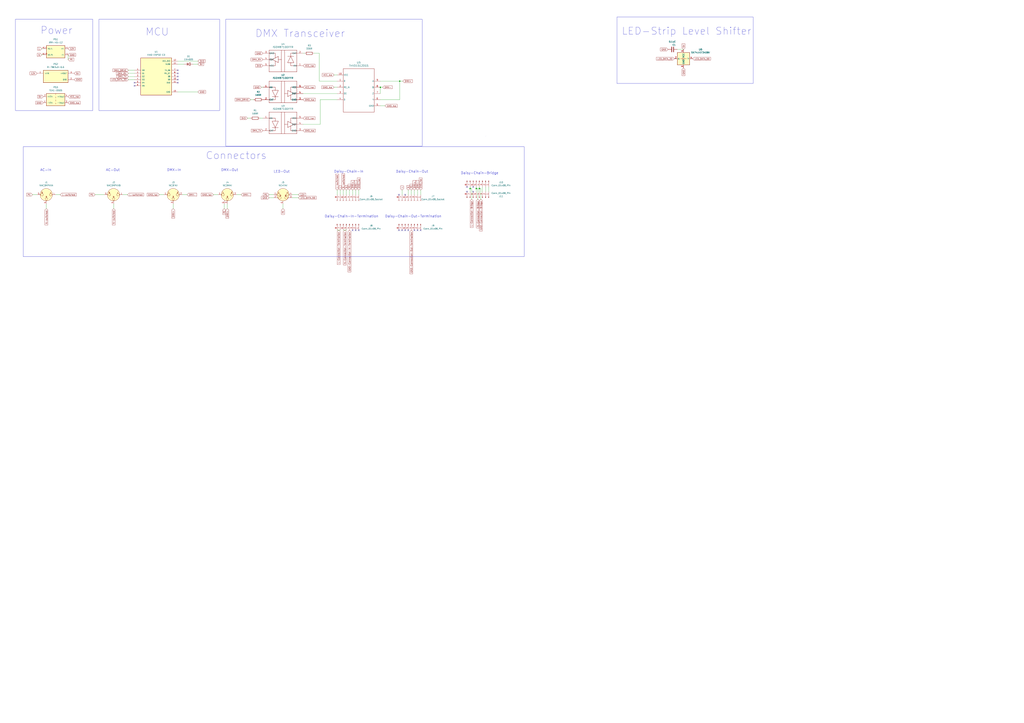
<source format=kicad_sch>
(kicad_sch (version 20230121) (generator eeschema)
  (paper "A1")
  (lib_symbols
    (symbol "Connector:Conn_01x08_Pin" (pin_names (offset 1.016) hide)
      (property "Reference" "J" (at 0 10.16 0))
      (property "Value" "Conn_01x08_Pin" (at 0 -12.7 0))
      (symbol "Conn_01x08_Pin_1_1"
        (polyline (pts (xy 1.27 -10.16) (xy 0.8636 -10.16)) (stroke (width 0.1524)))
        (polyline (pts (xy 1.27 -7.62) (xy 0.8636 -7.62)) (stroke (width 0.1524)))
        (polyline (pts (xy 1.27 -5.08) (xy 0.8636 -5.08)) (stroke (width 0.1524)))
        (polyline (pts (xy 1.27 -2.54) (xy 0.8636 -2.54)) (stroke (width 0.1524)))
        (polyline (pts (xy 1.27 0) (xy 0.8636 0)) (stroke (width 0.1524)))
        (polyline (pts (xy 1.27 2.54) (xy 0.8636 2.54)) (stroke (width 0.1524)))
        (polyline (pts (xy 1.27 5.08) (xy 0.8636 5.08)) (stroke (width 0.1524)))
        (polyline (pts (xy 1.27 7.62) (xy 0.8636 7.62)) (stroke (width 0.1524)))
        (rectangle (start 0.8636 -10.033) (end 0 -10.287) (stroke (width 0.1524)) (fill (type outline)))
        (rectangle (start 0.8636 -7.493) (end 0 -7.747) (stroke (width 0.1524)) (fill (type outline)))
        (rectangle (start 0.8636 -4.953) (end 0 -5.207) (stroke (width 0.1524)) (fill (type outline)))
        (rectangle (start 0.8636 -2.413) (end 0 -2.667) (stroke (width 0.1524)) (fill (type outline)))
        (rectangle (start 0.8636 0.127) (end 0 -0.127) (stroke (width 0.1524)) (fill (type outline)))
        (rectangle (start 0.8636 2.667) (end 0 2.413) (stroke (width 0.1524)) (fill (type outline)))
        (rectangle (start 0.8636 5.207) (end 0 4.953) (stroke (width 0.1524)) (fill (type outline)))
        (rectangle (start 0.8636 7.747) (end 0 7.493) (stroke (width 0.1524)) (fill (type outline)))
        (pin passive line (at 5.08 7.62 180) (length 3.81) (name "Pin_1") (number "1"))
        (pin passive line (at 5.08 5.08 180) (length 3.81) (name "Pin_2") (number "2"))
        (pin passive line (at 5.08 2.54 180) (length 3.81) (name "Pin_3") (number "3"))
        (pin passive line (at 5.08 0 180) (length 3.81) (name "Pin_4") (number "4"))
        (pin passive line (at 5.08 -2.54 180) (length 3.81) (name "Pin_5") (number "5"))
        (pin passive line (at 5.08 -5.08 180) (length 3.81) (name "Pin_6") (number "6"))
        (pin passive line (at 5.08 -7.62 180) (length 3.81) (name "Pin_7") (number "7"))
        (pin passive line (at 5.08 -10.16 180) (length 3.81) (name "Pin_8") (number "8"))
      )
    )
    (symbol "Connector:Conn_01x08_Socket" (pin_names (offset 1.016) hide)
      (property "Reference" "J" (at 0 10.16 0))
      (property "Value" "Conn_01x08_Socket" (at 0 -12.7 0))
      (symbol "Conn_01x08_Socket_1_1"
        (arc (start 0 -9.652) (mid -0.5058 -10.16) (end 0 -10.668) (stroke (width 0.1524)))
        (arc (start 0 -7.112) (mid -0.5058 -7.62) (end 0 -8.128) (stroke (width 0.1524)))
        (arc (start 0 -4.572) (mid -0.5058 -5.08) (end 0 -5.588) (stroke (width 0.1524)))
        (arc (start 0 -2.032) (mid -0.5058 -2.54) (end 0 -3.048) (stroke (width 0.1524)))
        (polyline (pts (xy -1.27 -10.16) (xy -0.508 -10.16)) (stroke (width 0.1524)))
        (polyline (pts (xy -1.27 -7.62) (xy -0.508 -7.62)) (stroke (width 0.1524)))
        (polyline (pts (xy -1.27 -5.08) (xy -0.508 -5.08)) (stroke (width 0.1524)))
        (polyline (pts (xy -1.27 -2.54) (xy -0.508 -2.54)) (stroke (width 0.1524)))
        (polyline (pts (xy -1.27 0) (xy -0.508 0)) (stroke (width 0.1524)))
        (polyline (pts (xy -1.27 2.54) (xy -0.508 2.54)) (stroke (width 0.1524)))
        (polyline (pts (xy -1.27 5.08) (xy -0.508 5.08)) (stroke (width 0.1524)))
        (polyline (pts (xy -1.27 7.62) (xy -0.508 7.62)) (stroke (width 0.1524)))
        (arc (start 0 0.508) (mid -0.5058 0) (end 0 -0.508) (stroke (width 0.1524)))
        (arc (start 0 3.048) (mid -0.5058 2.54) (end 0 2.032) (stroke (width 0.1524)))
        (arc (start 0 5.588) (mid -0.5058 5.08) (end 0 4.572) (stroke (width 0.1524)))
        (arc (start 0 8.128) (mid -0.5058 7.62) (end 0 7.112) (stroke (width 0.1524)))
        (pin passive line (at -5.08 7.62 0) (length 3.81) (name "Pin_1") (number "1"))
        (pin passive line (at -5.08 5.08 0) (length 3.81) (name "Pin_2") (number "2"))
        (pin passive line (at -5.08 2.54 0) (length 3.81) (name "Pin_3") (number "3"))
        (pin passive line (at -5.08 0 0) (length 3.81) (name "Pin_4") (number "4"))
        (pin passive line (at -5.08 -2.54 0) (length 3.81) (name "Pin_5") (number "5"))
        (pin passive line (at -5.08 -5.08 0) (length 3.81) (name "Pin_6") (number "6"))
        (pin passive line (at -5.08 -7.62 0) (length 3.81) (name "Pin_7") (number "7"))
        (pin passive line (at -5.08 -10.16 0) (length 3.81) (name "Pin_8") (number "8"))
      )
    )
    (symbol "Connector_Audio:NC3FAV" (pin_names hide)
      (property "Reference" "J" (at 0 8.89 0))
      (property "Value" "NC3FAV" (at 0 6.35 0))
      (symbol "NC3FAV_0_1"
        (circle (center -3.556 0) (radius 1.016))
        (circle (center 0 -3.556) (radius 1.016))
        (polyline (pts (xy -5.08 0) (xy -4.572 0)))
        (polyline (pts (xy 0 -5.08) (xy 0 -4.572)))
        (polyline (pts (xy 5.08 0) (xy 4.572 0)))
        (circle (center 0 0) (radius 5.08) (fill (type background)))
        (circle (center 3.556 0) (radius 1.016))
        (text "1" (at -3.556 1.778 0) (effects (font (size 1.016 1.016) bold)))
        (text "2" (at 3.556 1.778 0) (effects (font (size 1.016 1.016) bold)))
        (text "3" (at 0 -1.778 0) (effects (font (size 1.016 1.016) bold)))
        (pin passive line (at -7.62 0 0) (length 2.54) (name "~") (number "1"))
        (pin passive line (at 7.62 0 180) (length 2.54) (name "~") (number "2"))
        (pin passive line (at 0 -7.62 90) (length 2.54) (name "~") (number "3"))
      )
    )
    (symbol "Connector_Audio:NC3MAV" (pin_names hide)
      (property "Reference" "J" (at 0 8.89 0))
      (property "Value" "NC3MAV" (at 0 6.35 0))
      (symbol "NC3MAV_0_1"
        (circle (center -3.556 0) (radius 1.016))
        (circle (center 0 -3.556) (radius 1.016))
        (polyline (pts (xy -5.08 0) (xy -4.572 0)))
        (polyline (pts (xy -2.54 -5.08) (xy -2.54 -4.445)))
        (polyline (pts (xy 0 -5.08) (xy 0 -4.572)))
        (polyline (pts (xy 5.08 0) (xy 4.572 0)))
        (circle (center 0 0) (radius 5.08) (fill (type background)))
        (circle (center 3.556 0) (radius 1.016))
        (text "1" (at -3.556 1.778 0) (effects (font (size 1.016 1.016) bold)))
        (text "2" (at 3.556 1.778 0) (effects (font (size 1.016 1.016) bold)))
        (text "3" (at 0 -1.778 0) (effects (font (size 1.016 1.016) bold)))
        (pin passive line (at -7.62 0 0) (length 2.54) (name "~") (number "1"))
        (pin passive line (at 7.62 0 180) (length 2.54) (name "~") (number "2"))
        (pin passive line (at 0 -7.62 90) (length 2.54) (name "~") (number "3"))
      )
      (symbol "NC3MAV_1_1"
        (pin passive line (at -2.54 -7.62 90) (length 2.54) (name "~") (number "G"))
      )
    )
    (symbol "Connector_Audio:NC4FAV" (pin_names hide)
      (property "Reference" "J" (at 0 8.89 0))
      (property "Value" "NC4FAV" (at 0 6.35 0))
      (symbol "NC4FAV_0_1"
        (circle (center -3.556 0) (radius 1.016))
        (circle (center -2.54 -2.54) (radius 1.016))
        (polyline (pts (xy -5.08 -2.54) (xy -4.445 -2.54)))
        (polyline (pts (xy -5.08 0) (xy -4.572 0)))
        (polyline (pts (xy -4.572 -2.54) (xy -3.556 -2.54)))
        (polyline (pts (xy 4.318 -2.54) (xy 3.556 -2.54)))
        (polyline (pts (xy 5.08 -2.54) (xy 4.445 -2.54)))
        (polyline (pts (xy 5.08 0) (xy 4.572 0)))
        (circle (center 0 0) (radius 5.08) (fill (type background)))
        (circle (center 2.54 -2.54) (radius 1.016))
        (circle (center 3.556 0) (radius 1.016))
        (text "1" (at -3.556 1.778 0) (effects (font (size 1.016 1.016) bold)))
        (text "2" (at -2.032 -0.762 0) (effects (font (size 1.016 1.016) bold)))
        (text "3" (at 2.032 -0.762 0) (effects (font (size 1.016 1.016) bold)))
        (text "4" (at 3.556 1.778 0) (effects (font (size 1.016 1.016) bold)))
      )
      (symbol "NC4FAV_1_1"
        (pin passive line (at -7.62 0 0) (length 2.54) (name "~") (number "1"))
        (pin passive line (at -7.62 -2.54 0) (length 2.54) (name "~") (number "2"))
        (pin passive line (at 7.62 -2.54 180) (length 2.54) (name "~") (number "3"))
        (pin passive line (at 7.62 0 180) (length 2.54) (name "~") (number "4"))
        (pin passive line (at 0 -7.62 90) (length 2.54) (name "~") (number "G"))
      )
    )
    (symbol "Converter_DCDC:TEA1-0505"
      (property "Reference" "U" (at -7.62 6.35 0))
      (property "Value" "TEA1-0505" (at -2.54 6.35 0))
      (symbol "TEA1-0505_0_0"
        (pin power_in line (at -10.16 -2.54 0) (length 2.54) (name "-Vin") (number "1"))
        (pin power_in line (at -10.16 2.54 0) (length 2.54) (name "+Vin") (number "2"))
        (pin power_out line (at 10.16 -2.54 180) (length 2.54) (name "-Vout") (number "3"))
        (pin power_out line (at 10.16 2.54 180) (length 2.54) (name "+Vout") (number "4"))
      )
      (symbol "TEA1-0505_0_1"
        (rectangle (start -7.62 5.08) (end 7.62 -5.08) (stroke (width 0.254)) (fill (type background)))
        (polyline (pts (xy 0 -2.54) (xy 0 -3.81)))
        (polyline (pts (xy 0 0) (xy 0 -1.27)))
        (polyline (pts (xy 0 2.54) (xy 0 1.27)))
        (polyline (pts (xy 0 5.08) (xy 0 3.81)))
      )
    )
    (symbol "Device:C" (pin_numbers hide) (pin_names (offset 0.254))
      (property "Reference" "C" (at 0.635 2.54 0))
      (property "Value" "C" (at 0.635 -2.54 0))
      (symbol "C_0_1"
        (polyline (pts (xy -2.032 -0.762) (xy 2.032 -0.762)) (stroke (width 0.508)))
        (polyline (pts (xy -2.032 0.762) (xy 2.032 0.762)) (stroke (width 0.508)))
      )
      (symbol "C_1_1"
        (pin passive line (at 0 3.81 270) (length 2.794) (name "~") (number "1"))
        (pin passive line (at 0 -3.81 90) (length 2.794) (name "~") (number "2"))
      )
    )
    (symbol "Device:R" (pin_numbers hide) (pin_names (offset 0))
      (property "Reference" "R" (at 2.032 0 90))
      (property "Value" "R" (at 0 0 90))
      (symbol "R_0_1"
        (rectangle (start -1.016 -2.54) (end 1.016 2.54) (stroke (width 0.254)))
      )
      (symbol "R_1_1"
        (pin passive line (at 0 3.81 270) (length 1.27) (name "~") (number "1"))
        (pin passive line (at 0 -3.81 90) (length 1.27) (name "~") (number "2"))
      )
    )
    (symbol "Diode:1N4005" (pin_numbers hide) (pin_names hide)
      (property "Reference" "D" (at 0 2.54 0))
      (property "Value" "1N4005" (at 0 -2.54 0))
      (symbol "1N4005_0_1"
        (polyline (pts (xy -1.27 1.27) (xy -1.27 -1.27)) (stroke (width 0.254)))
        (polyline (pts (xy 1.27 0) (xy -1.27 0)))
        (polyline (pts (xy 1.27 1.27) (xy 1.27 -1.27) (xy -1.27 0) (xy 1.27 1.27)) (stroke (width 0.254)))
      )
      (symbol "1N4005_1_1"
        (pin passive line (at -3.81 0 0) (length 2.54) (name "K") (number "1"))
        (pin passive line (at 3.81 0 180) (length 2.54) (name "A") (number "2"))
      )
    )
    (symbol "IRM-45-12:IRM-45-12" (pin_names (offset 1.016))
      (property "Reference" "PS" (at -7.6265 5.3386 0))
      (property "Value" "IRM-45-12" (at -7.6252 -7.6252 0))
      (symbol "IRM-45-12_0_0"
        (rectangle (start -7.62 -5.08) (end 7.62 5.08) (stroke (width 0.254)) (fill (type background)))
        (pin output line (at 10.16 2.54 180) (length 2.54) (name "+V") (number "+V"))
        (pin output line (at 10.16 -2.54 180) (length 2.54) (name "-V") (number "-V"))
        (pin input line (at -10.16 2.54 0) (length 2.54) (name "AC/L") (number "AC/L"))
        (pin input line (at -10.16 -2.54 0) (length 2.54) (name "AC/N") (number "AC/N"))
      )
    )
    (symbol "ISOM8710:ISOM8710DFFR" (pin_names (offset 0.254))
      (property "Reference" "U" (at 0 2.54 0))
      (property "Value" "ISOM8710DFFR" (at 0 0 0))
      (symbol "ISOM8710DFFR_0_1"
        (polyline (pts (xy 3.81 -13.97) (xy 26.67 -13.97)) (stroke (width 0.2032)))
        (polyline (pts (xy 3.81 -1.27) (xy 8.89 -1.27)) (stroke (width 0.2032)))
        (polyline (pts (xy 3.81 3.81) (xy 3.81 -13.97)) (stroke (width 0.2032)))
        (polyline (pts (xy 6.35 -3.81) (xy 8.89 -8.89)) (stroke (width 0.2032)))
        (polyline (pts (xy 8.89 -11.43) (xy 3.81 -11.43)) (stroke (width 0.2032)))
        (polyline (pts (xy 8.89 -8.89) (xy 8.89 -11.43)) (stroke (width 0.2032)))
        (polyline (pts (xy 8.89 -1.27) (xy 8.89 -3.81)) (stroke (width 0.2032)))
        (polyline (pts (xy 11.43 -8.89) (xy 6.35 -8.89)) (stroke (width 0.2032)))
        (polyline (pts (xy 11.43 -3.81) (xy 6.35 -3.81)) (stroke (width 0.2032)))
        (polyline (pts (xy 11.43 -3.81) (xy 8.89 -8.89)) (stroke (width 0.2032)))
        (polyline (pts (xy 13.97 3.81) (xy 13.97 -13.97)) (stroke (width 0.2032)))
        (polyline (pts (xy 16.51 3.81) (xy 16.51 -13.97)) (stroke (width 0.2032)))
        (polyline (pts (xy 19.05 -8.89) (xy 24.13 -6.35)) (stroke (width 0.2032)))
        (polyline (pts (xy 19.05 -6.35) (xy 16.51 -6.35)) (stroke (width 0.2032)))
        (polyline (pts (xy 19.05 -3.81) (xy 19.05 -8.89)) (stroke (width 0.2032)))
        (polyline (pts (xy 21.59 -11.43) (xy 26.67 -11.43)) (stroke (width 0.2032)))
        (polyline (pts (xy 21.59 -7.62) (xy 21.59 -11.43)) (stroke (width 0.2032)))
        (polyline (pts (xy 21.59 -5.08) (xy 21.59 -1.27)) (stroke (width 0.2032)))
        (polyline (pts (xy 21.59 -1.27) (xy 26.67 -1.27)) (stroke (width 0.2032)))
        (polyline (pts (xy 24.13 -6.35) (xy 19.05 -3.81)) (stroke (width 0.2032)))
        (polyline (pts (xy 26.67 -13.97) (xy 26.67 3.81)) (stroke (width 0.2032)))
        (polyline (pts (xy 26.67 -6.35) (xy 25.4 -6.35)) (stroke (width 0.2032)))
        (polyline (pts (xy 26.67 3.81) (xy 3.81 3.81)) (stroke (width 0.2032)))
        (circle (center 24.892 -6.35) (radius 0.508) (stroke (width 0.2032)))
        (pin unspecified line (at -1.27 -1.27 0) (length 5.08) (name "AN") (number "1"))
        (pin unspecified line (at -1.27 -11.43 0) (length 5.08) (name "CAT") (number "2"))
        (pin power_in line (at 31.75 -11.43 180) (length 5.08) (name "GND") (number "3"))
        (pin power_in line (at 31.75 -6.35 180) (length 5.08) (name "OUT") (number "4"))
        (pin power_in line (at 31.75 -1.27 180) (length 5.08) (name "VCC") (number "5"))
      )
    )
    (symbol "Logic_LevelTranslator:SN74LV1T34DBV"
      (property "Reference" "U" (at 5.08 6.35 0))
      (property "Value" "SN74LV1T34DBV" (at 5.08 3.81 0))
      (symbol "SN74LV1T34DBV_0_1"
        (rectangle (start -5.08 5.08) (end 5.08 -5.08) (stroke (width 0.254)) (fill (type background)))
        (polyline (pts (xy -0.762 0) (xy -2.54 0)))
        (polyline (pts (xy 1.016 0) (xy 2.54 0)))
      )
      (symbol "SN74LV1T34DBV_1_1"
        (polyline (pts (xy -0.762 -0.762) (xy -0.762 0.762) (xy 1.016 0) (xy -0.762 -0.762)))
        (pin no_connect line (at -5.08 2.54 0) (length 2.54) hide (name "NC") (number "1"))
        (pin input line (at -7.62 0 0) (length 2.54) (name "A") (number "2"))
        (pin power_in line (at 0 -7.62 90) (length 2.54) (name "GND") (number "3"))
        (pin output line (at 7.62 0 180) (length 2.54) (name "Y") (number "4"))
        (pin power_in line (at 0 7.62 270) (length 2.54) (name "VCC") (number "5"))
      )
    )
    (symbol "NeutrikCustom:NAC3MPXXA"
      (property "Reference" "J" (at 0 8.89 0))
      (property "Value" "NAC3MPXXA" (at 0 6.35 0))
      (symbol "NAC3MPXXA_0_1"
        (circle (center -3.556 0) (radius 1.016))
        (circle (center -0.12 0) (radius 5.08) (fill (type background)))
        (circle (center 0 -3.556) (radius 1.016))
        (polyline (pts (xy -5.08 0) (xy -4.572 0)))
        (polyline (pts (xy 0 -5.08) (xy 0 -4.572)))
        (polyline (pts (xy 5.08 0) (xy 4.572 0)))
        (circle (center 3.556 0) (radius 1.016))
      )
      (symbol "NAC3MPXXA_1_1"
        (text "G\n" (at -3.556 1.778 0) (effects (font (size 1.016 1.016) bold)))
        (text "L" (at 3.556 1.778 0) (effects (font (size 1.016 1.016) bold)))
        (text "N" (at 0 -1.778 0) (effects (font (size 1.016 1.016) bold)))
        (pin power_out line (at -7.62 0 0) (length 2.54) (name "~") (number "G"))
        (pin power_out line (at 7.62 0 180) (length 2.54) (name "~") (number "L"))
        (pin power_out line (at 0 -7.62 90) (length 2.54) (name "~") (number "N"))
      )
    )
    (symbol "NeutrikCustom:NAC3MPXXB"
      (property "Reference" "J" (at 0 8.89 0))
      (property "Value" "NAC3MPXXB" (at 0 6.35 0))
      (symbol "NAC3MPXXB_0_1"
        (circle (center -3.556 0) (radius 1.016))
        (circle (center -0.12 0) (radius 5.08) (fill (type background)))
        (circle (center 0 -3.556) (radius 1.016))
        (polyline (pts (xy -5.08 0) (xy -4.572 0)))
        (polyline (pts (xy 0 -5.08) (xy 0 -4.572)))
        (polyline (pts (xy 5.08 0) (xy 4.572 0)))
        (circle (center 3.556 0) (radius 1.016))
      )
      (symbol "NAC3MPXXB_1_1"
        (text "G\n" (at -3.556 1.778 0) (effects (font (size 1.016 1.016) bold)))
        (text "L" (at 3.556 1.778 0) (effects (font (size 1.016 1.016) bold)))
        (text "N" (at 0 -1.778 0) (effects (font (size 1.016 1.016) bold)))
        (pin power_in line (at -7.62 0 0) (length 2.54) (name "~") (number "G"))
        (pin power_in line (at 7.62 0 180) (length 2.54) (name "~") (number "L"))
        (pin power_in line (at 0 -7.62 90) (length 2.54) (name "~") (number "N"))
      )
    )
    (symbol "R-78E5.0-0.5:R-78E5.0-0.5" (pin_names (offset 1.016))
      (property "Reference" "PS" (at -10.1639 6.3579 0))
      (property "Value" "R-78E5.0-0.5" (at -10.1614 -7.6227 0))
      (symbol "R-78E5.0-0.5_0_0"
        (rectangle (start -10.16 -5.08) (end 10.16 5.08) (stroke (width 0.254)) (fill (type background)))
        (pin input line (at -15.24 2.54 0) (length 5.08) (name "+VIN") (number "1"))
        (pin power_in line (at 15.24 -2.54 180) (length 5.08) (name "GND") (number "2"))
        (pin output line (at 15.24 2.54 180) (length 5.08) (name "+VOUT") (number "3"))
      )
    )
    (symbol "TICustom:THVD1512DGS" (pin_names (offset 0.254))
      (property "Reference" "U" (at 0 2.54 0))
      (property "Value" "THVD1512DGS" (at 0 0 0))
      (symbol "THVD1512DGS_0_1"
        (polyline (pts (xy -12.7 -17.78) (xy 12.7 -17.78)) (stroke (width 0.2032)))
        (polyline (pts (xy -12.7 17.78) (xy -12.7 -17.78)) (stroke (width 0.2032)))
        (polyline (pts (xy 12.7 -17.78) (xy 12.7 17.78)) (stroke (width 0.2032)))
        (polyline (pts (xy 12.7 17.78) (xy -12.7 17.78)) (stroke (width 0.2032)))
        (pin output line (at -17.78 7.62 0) (length 5.08) (name "R") (number "1"))
        (pin power_in line (at -17.78 12.7 0) (length 5.08) (name "VCC") (number "10"))
        (pin input line (at -17.78 2.54 0) (length 5.08) (name "RE_N") (number "2"))
        (pin input line (at -17.78 -2.54 0) (length 5.08) (name "DE") (number "3"))
        (pin input line (at -17.78 -7.62 0) (length 5.08) (name "D") (number "4"))
        (pin power_in line (at 17.78 -12.7 180) (length 5.08) (name "GND") (number "5"))
        (pin output line (at 17.78 -7.62 180) (length 5.08) (name "Y") (number "6"))
        (pin output line (at 17.78 -2.54 180) (length 5.08) (name "Z") (number "7"))
        (pin input line (at 17.78 2.54 180) (length 5.08) (name "B") (number "8"))
        (pin input line (at 17.78 7.62 180) (length 5.08) (name "A") (number "9"))
      )
    )
    (symbol "XIAO_ESP32_C3:113991054" (pin_names (offset 1.016))
      (property "Reference" "U" (at -12.7 16.002 0))
      (property "Value" "113991054" (at -12.7 -17.78 0))
      (symbol "113991054_0_0"
        (rectangle (start -12.7 -15.24) (end 12.7 15.24) (stroke (width 0.254)) (fill (type background)))
        (pin bidirectional line (at -17.78 5.08 0) (length 5.08) (name "D0") (number "1"))
        (pin bidirectional line (at 17.78 -2.54 180) (length 5.08) (name "D9") (number "10"))
        (pin bidirectional line (at 17.78 -5.08 180) (length 5.08) (name "D10") (number "11"))
        (pin power_in line (at 17.78 12.7 180) (length 5.08) (name "VCC_3V3") (number "12"))
        (pin power_in line (at 17.78 -12.7 180) (length 5.08) (name "GND") (number "13"))
        (pin power_in line (at 17.78 10.16 180) (length 5.08) (name "VUSB") (number "14"))
        (pin bidirectional line (at -17.78 2.54 0) (length 5.08) (name "D1") (number "2"))
        (pin bidirectional line (at -17.78 0 0) (length 5.08) (name "D2") (number "3"))
        (pin bidirectional line (at -17.78 -2.54 0) (length 5.08) (name "D3") (number "4"))
        (pin bidirectional line (at -17.78 -5.08 0) (length 5.08) (name "D4") (number "5"))
        (pin bidirectional line (at -17.78 -7.62 0) (length 5.08) (name "D5") (number "6"))
        (pin bidirectional line (at 17.78 5.08 180) (length 5.08) (name "TX_D6") (number "7"))
        (pin bidirectional line (at 17.78 2.54 180) (length 5.08) (name "RX_D7") (number "8"))
        (pin bidirectional line (at 17.78 0 180) (length 5.08) (name "D8") (number "9"))
      )
    )
  )
  (junction (at 328.295 66.675))
  (junction (at 393.7 154.94))
  (junction (at 312.42 71.755))
  (junction (at 391.16 154.94))
  (junction (at 386.08 154.94))
  (no_connect (at 332.74 160.02))
  (no_connect (at 292.1 189.23))
  (no_connect (at 146.05 65.405))
  (no_connect (at 146.05 60.325))
  (no_connect (at 327.66 160.02))
  (no_connect (at 332.74 189.23))
  (no_connect (at 345.44 189.23))
  (no_connect (at 383.54 153.67))
  (no_connect (at 294.64 189.23))
  (no_connect (at 388.62 153.67))
  (no_connect (at 383.54 157.48))
  (no_connect (at 330.2 189.23))
  (no_connect (at 289.56 189.23))
  (no_connect (at 327.66 189.23))
  (no_connect (at 110.49 67.945))
  (no_connect (at 340.36 189.23))
  (no_connect (at 342.9 189.23))
  (no_connect (at 146.05 57.785))
  (no_connect (at 146.05 67.945))
  (no_connect (at 335.28 189.23))
  (no_connect (at 146.05 62.865))
  (no_connect (at 110.49 70.485))
  (no_connect (at 388.62 157.48))
  (wire (pts (xy 142.24 167.64) (xy 142.24 171.45)))
  (wire (pts (xy 130.81 160.02) (xy 134.62 160.02)))
  (wire (pts (xy 396.24 153.67) (xy 396.24 157.48)))
  (wire (pts (xy 78.105 160.02) (xy 85.725 160.02)))
  (polyline (pts (xy 180.34 15.875) (xy 81.28 15.875)))
  (wire (pts (xy 262.89 81.915) (xy 276.86 81.915)))
  (wire (pts (xy 328.295 81.915) (xy 328.295 66.675)))
  (wire (pts (xy 274.32 71.755) (xy 276.86 71.755)))
  (polyline (pts (xy 180.34 15.875) (xy 180.34 90.805)))
  (wire (pts (xy 110.49 62.865) (xy 105.41 62.865)))
  (wire (pts (xy 556.26 40.64) (xy 561.34 40.64)))
  (polyline (pts (xy 81.28 15.875) (xy 81.28 90.805)))
  (polyline (pts (xy 618.49 13.97) (xy 618.49 68.58)))
  (wire (pts (xy 387.35 163.83) (xy 387.35 154.94)))
  (wire (pts (xy 312.42 71.755) (xy 312.42 76.835)))
  (wire (pts (xy 312.42 66.675) (xy 328.295 66.675)))
  (wire (pts (xy 45.72 160.02) (xy 49.53 160.02)))
  (wire (pts (xy 386.08 154.94) (xy 386.08 157.48)))
  (wire (pts (xy 292.1 160.02) (xy 292.1 156.21)))
  (wire (pts (xy 104.775 160.02) (xy 100.965 160.02)))
  (wire (pts (xy 105.41 65.405) (xy 110.49 65.405)))
  (wire (pts (xy 279.4 156.21) (xy 279.4 160.02)))
  (wire (pts (xy 398.78 153.67) (xy 398.78 157.48)))
  (polyline (pts (xy 346.71 15.875) (xy 346.71 120.015)))
  (wire (pts (xy 34.29 45.085) (xy 35.56 45.085)))
  (wire (pts (xy 248.92 102.235) (xy 262.89 102.235)))
  (wire (pts (xy 391.16 154.94) (xy 391.16 157.48)))
  (polyline (pts (xy 12.7 15.875) (xy 12.7 90.805)))
  (wire (pts (xy 250.19 43.815) (xy 248.92 43.815)))
  (wire (pts (xy 281.94 156.21) (xy 281.94 160.02)))
  (wire (pts (xy 214.63 71.755) (xy 215.9 71.755)))
  (polyline (pts (xy 430.53 120.65) (xy 430.53 210.82)))
  (wire (pts (xy 391.16 153.67) (xy 391.16 154.94)))
  (wire (pts (xy 262.255 66.675) (xy 276.86 66.675)))
  (wire (pts (xy 312.42 81.915) (xy 328.295 81.915)))
  (wire (pts (xy 262.89 102.235) (xy 262.89 81.915)))
  (wire (pts (xy 232.41 167.64) (xy 232.41 171.45)))
  (wire (pts (xy 205.74 81.915) (xy 208.28 81.915)))
  (wire (pts (xy 203.2 97.155) (xy 205.74 97.155)))
  (wire (pts (xy 224.79 162.56) (xy 220.98 162.56)))
  (wire (pts (xy 294.64 156.21) (xy 294.64 160.02)))
  (wire (pts (xy 186.69 167.64) (xy 186.69 171.45)))
  (wire (pts (xy 312.42 86.995) (xy 316.23 86.995)))
  (polyline (pts (xy 185.42 15.875) (xy 346.71 15.875)))
  (wire (pts (xy 262.255 43.815) (xy 262.255 66.675)))
  (polyline (pts (xy 506.73 13.97) (xy 506.73 68.58)))
  (wire (pts (xy 393.7 154.94) (xy 393.7 157.48)))
  (wire (pts (xy 38.1 167.64) (xy 38.1 171.45)))
  (wire (pts (xy 248.92 76.835) (xy 276.86 76.835)))
  (wire (pts (xy 146.05 50.165) (xy 162.56 50.165)))
  (polyline (pts (xy 185.42 120.015) (xy 346.71 120.015)))
  (wire (pts (xy 240.03 162.56) (xy 245.11 162.56)))
  (wire (pts (xy 146.05 52.705) (xy 151.13 52.705)))
  (wire (pts (xy 387.35 154.94) (xy 386.08 154.94)))
  (wire (pts (xy 34.29 40.005) (xy 35.56 40.005)))
  (wire (pts (xy 262.255 43.815) (xy 257.81 43.815)))
  (wire (pts (xy 394.97 163.83) (xy 394.97 154.94)))
  (wire (pts (xy 342.9 160.02) (xy 342.9 156.21)))
  (wire (pts (xy 146.05 75.565) (xy 162.56 75.565)))
  (wire (pts (xy 392.43 154.94) (xy 391.16 154.94)))
  (wire (pts (xy 284.48 156.21) (xy 284.48 160.02)))
  (wire (pts (xy 289.56 160.02) (xy 289.56 156.21)))
  (polyline (pts (xy 76.2 15.875) (xy 12.7 15.875)))
  (polyline (pts (xy 81.28 90.805) (xy 180.34 90.805)))
  (wire (pts (xy 213.36 97.155) (xy 215.9 97.155)))
  (wire (pts (xy 312.42 71.755) (xy 314.325 71.755)))
  (wire (pts (xy 328.295 66.675) (xy 330.835 66.675)))
  (wire (pts (xy 335.28 156.21) (xy 335.28 160.02)))
  (wire (pts (xy 274.32 61.595) (xy 276.86 61.595)))
  (wire (pts (xy 340.36 160.02) (xy 340.36 156.21)))
  (polyline (pts (xy 76.2 15.875) (xy 76.2 90.805)))
  (wire (pts (xy 392.43 163.83) (xy 392.43 154.94)))
  (wire (pts (xy 240.03 160.02) (xy 245.11 160.02)))
  (polyline (pts (xy 618.49 13.97) (xy 506.73 13.97)))
  (wire (pts (xy 224.79 160.02) (xy 220.98 160.02)))
  (wire (pts (xy 386.08 153.67) (xy 386.08 154.94)))
  (wire (pts (xy 276.86 189.23) (xy 279.4 189.23)))
  (wire (pts (xy 287.02 160.02) (xy 287.02 156.21)))
  (wire (pts (xy 394.97 154.94) (xy 393.7 154.94)))
  (wire (pts (xy 175.26 160.02) (xy 179.07 160.02)))
  (wire (pts (xy 401.32 153.67) (xy 401.32 157.48)))
  (wire (pts (xy 149.86 160.02) (xy 153.67 160.02)))
  (wire (pts (xy 158.75 52.705) (xy 162.56 52.705)))
  (wire (pts (xy 93.345 171.45) (xy 93.345 167.64)))
  (polyline (pts (xy 506.73 68.58) (xy 618.49 68.58)))
  (wire (pts (xy 330.2 156.21) (xy 330.2 160.02)))
  (wire (pts (xy 110.49 60.325) (xy 105.41 60.325)))
  (wire (pts (xy 110.49 57.785) (xy 105.41 57.785)))
  (polyline (pts (xy 12.7 90.805) (xy 76.2 90.805)))
  (wire (pts (xy 281.94 189.23) (xy 284.48 189.23)))
  (polyline (pts (xy 19.05 120.65) (xy 430.53 120.65)))
  (wire (pts (xy 55.88 45.085) (xy 55.88 48.895)))
  (polyline (pts (xy 185.42 120.015) (xy 185.42 15.875)))
  (polyline (pts (xy 19.05 120.65) (xy 19.05 210.82)))
  (wire (pts (xy 184.15 167.64) (xy 184.15 171.45)))
  (wire (pts (xy 26.67 160.02) (xy 30.48 160.02)))
  (wire (pts (xy 393.7 153.67) (xy 393.7 154.94)))
  (polyline (pts (xy 430.53 210.82) (xy 19.05 210.82)))
  (wire (pts (xy 337.82 160.02) (xy 337.82 156.21)))
  (wire (pts (xy 276.86 160.02) (xy 276.86 156.21)))
  (wire (pts (xy 345.44 156.21) (xy 345.44 160.02)))
  (wire (pts (xy 194.31 160.02) (xy 198.12 160.02)))
  (rectangle (start 398.78 111.76) (end 398.78 111.76))
  (text "LED-Out" (at 224.79 142.24 0) (effects (font (size 2 2)) (justify left bottom)))
  (text "Daisy-Chain-In-Termination\n" (at 266.7 179.07 0) (effects (font (size 2 2)) (justify left bottom)))
  (text "AC-In" (at 33.02 140.97 0) (effects (font (size 2 2)) (justify left bottom)))
  (text "Daisy-Chain-Out-Termination\n" (at 316.23 179.07 0) (effects (font (size 2 2)) (justify left bottom)))
  (text "DMX Transceiver\n" (at 209.55 31.115 0) (effects (font (size 6 6)) (justify left bottom)))
  (text "DMX-Out" (at 181.61 140.97 0) (effects (font (size 2 2)) (justify left bottom)))
  (text "MCU" (at 119.38 29.845 0) (effects (font (size 6 6)) (justify left bottom)))
  (text "Daisy-Chain-Out\n" (at 325.12 142.24 0) (effects (font (size 2 2)) (justify left bottom)))
  (text "Daisy-Chain-Bridge\n" (at 378.46 143.51 0) (effects (font (size 2 2)) (justify left bottom)))
  (text "LED-Strip Level Shifter" (at 510.54 29.21 0) (effects (font (size 6 6)) (justify left bottom)))
  (text "Power" (at 33.02 28.575 0) (effects (font (size 6 6)) (justify left bottom)))
  (text "Daisy-Chain-In\n" (at 274.32 142.24 0) (effects (font (size 2 2)) (justify left bottom)))
  (text "DMX-In" (at 137.16 140.97 0) (effects (font (size 2 2)) (justify left bottom)))
  (text "Connectors" (at 168.91 131.445 0) (effects (font (size 6 6)) (justify left bottom)))
  (text "AC-Out" (at 86.995 140.97 0) (effects (font (size 2 2)) (justify left bottom)))
  (global_label "GND" (shape input) (at 55.88 45.085 0) (property "Intersheetrefs" "${INTERSHEET_REFS}" (effects hide)))
  (global_label "3V3" (shape input) (at 203.2 97.155 180) (property "Intersheetrefs" "${INTERSHEET_REFS}" (effects hide)))
  (global_label "DMX_DRIVE" (shape input) (at 205.74 81.915 180) (property "Intersheetrefs" "${INTERSHEET_REFS}" (effects hide)))
  (global_label "GND_Iso" (shape input) (at 294.64 156.21 90) (property "Intersheetrefs" "${INTERSHEET_REFS}" (effects hide)))
  (global_label "N-switched" (shape input) (at 93.345 171.45 270) (property "Intersheetrefs" "${INTERSHEET_REFS}" (effects hide)))
  (global_label "DMX_TX" (shape input) (at 215.9 107.315 180) (property "Intersheetrefs" "${INTERSHEET_REFS}" (effects hide)))
  (global_label "PE" (shape input) (at 232.41 171.45 270) (property "Intersheetrefs" "${INTERSHEET_REFS}" (effects hide)))
  (global_label "GND_Iso" (shape input) (at 248.92 107.315 0) (property "Intersheetrefs" "${INTERSHEET_REFS}" (effects hide)))
  (global_label "3V3" (shape input) (at 215.9 53.975 180) (property "Intersheetrefs" "${INTERSHEET_REFS}" (effects hide)))
  (global_label "L" (shape input) (at 330.2 156.21 90) (property "Intersheetrefs" "${INTERSHEET_REFS}" (effects hide)))
  (global_label "GND_Iso" (shape input) (at 55.88 84.455 0) (property "Intersheetrefs" "${INTERSHEET_REFS}" (effects hide)))
  (global_label "3V3" (shape input) (at 162.56 50.165 0) (property "Intersheetrefs" "${INTERSHEET_REFS}" (effects hide)))
  (global_label "LED_DATA_50" (shape input) (at 245.11 162.56 0) (property "Intersheetrefs" "${INTERSHEET_REFS}" (effects hide)))
  (global_label "N" (shape input) (at 284.48 156.21 90) (property "Intersheetrefs" "${INTERSHEET_REFS}" (effects hide)))
  (global_label "VCC_Iso" (shape input) (at 248.92 53.975 0) (property "Intersheetrefs" "${INTERSHEET_REFS}" (effects hide)))
  (global_label "DMX_RX" (shape input) (at 105.41 60.325 180) (property "Intersheetrefs" "${INTERSHEET_REFS}" (effects hide)))
  (global_label "5V" (shape input) (at 60.96 60.325 0) (property "Intersheetrefs" "${INTERSHEET_REFS}" (effects hide)))
  (global_label "DMX+" (shape input) (at 330.835 66.675 0) (property "Intersheetrefs" "${INTERSHEET_REFS}" (effects hide)))
  (global_label "L" (shape input) (at 34.29 40.005 180) (property "Intersheetrefs" "${INTERSHEET_REFS}" (effects hide)))
  (global_label "VCC_Iso" (shape input) (at 248.92 97.155 0) (property "Intersheetrefs" "${INTERSHEET_REFS}" (effects hide)))
  (global_label "GND_Iso" (shape input) (at 274.32 71.755 180) (property "Intersheetrefs" "${INTERSHEET_REFS}" (effects hide)))
  (global_label "DMX-" (shape input) (at 314.325 71.755 0) (property "Intersheetrefs" "${INTERSHEET_REFS}" (effects hide)))
  (global_label "L-switched" (shape input) (at 49.53 160.02 0) (property "Intersheetrefs" "${INTERSHEET_REFS}" (effects hide)))
  (global_label "DMX+" (shape input) (at 289.56 156.21 90) (property "Intersheetrefs" "${INTERSHEET_REFS}" (effects hide)))
  (global_label "12V" (shape input) (at 245.11 160.02 0) (property "Intersheetrefs" "${INTERSHEET_REFS}" (effects hide)))
  (global_label "PE" (shape input) (at 55.88 48.895 0) (property "Intersheetrefs" "${INTERSHEET_REFS}" (effects hide)))
  (global_label "12V" (shape input) (at 55.88 40.005 0) (property "Intersheetrefs" "${INTERSHEET_REFS}" (effects hide)))
  (global_label "VCC_Iso" (shape input) (at 248.92 71.755 0) (property "Intersheetrefs" "${INTERSHEET_REFS}" (effects hide)))
  (global_label "GND" (shape input) (at 548.64 40.64 180) (property "Intersheetrefs" "${INTERSHEET_REFS}" (effects hide)))
  (global_label "L-switched" (shape input) (at 104.775 160.02 0) (property "Intersheetrefs" "${INTERSHEET_REFS}" (effects hide)))
  (global_label "5V" (shape input) (at 561.34 40.64 90) (property "Intersheetrefs" "${INTERSHEET_REFS}" (effects hide)))
  (global_label "12V" (shape input) (at 30.48 60.325 180) (property "Intersheetrefs" "${INTERSHEET_REFS}" (effects hide)))
  (global_label "LED_DATA_33" (shape input) (at 105.41 65.405 180) (property "Intersheetrefs" "${INTERSHEET_REFS}" (effects hide)))
  (global_label "N" (shape input) (at 335.28 156.21 90) (property "Intersheetrefs" "${INTERSHEET_REFS}" (effects hide)))
  (global_label "PE" (shape input) (at 337.82 156.21 90) (property "Intersheetrefs" "${INTERSHEET_REFS}" (effects hide)))
  (global_label "DMX_DRIVE" (shape input) (at 105.41 57.785 180) (property "Intersheetrefs" "${INTERSHEET_REFS}" (effects hide)))
  (global_label "GND_Iso" (shape input) (at 345.44 156.21 90) (property "Intersheetrefs" "${INTERSHEET_REFS}" (effects hide)))
  (global_label "5V" (shape input) (at 162.56 52.705 0) (property "Intersheetrefs" "${INTERSHEET_REFS}" (effects hide)))
  (global_label "GND" (shape input) (at 162.56 75.565 0) (property "Intersheetrefs" "${INTERSHEET_REFS}" (effects hide)))
  (global_label "LED_DATA_33" (shape input) (at 553.72 48.26 180) (property "Intersheetrefs" "${INTERSHEET_REFS}" (effects hide)))
  (global_label "N-Connection-Bridge" (shape input) (at 392.43 163.83 270) (property "Intersheetrefs" "${INTERSHEET_REFS}" (effects hide)))
  (global_label "L-Connection-Termination" (shape input) (at 278.13 189.23 270) (property "Intersheetrefs" "${INTERSHEET_REFS}" (effects hide)))
  (global_label "DMX-" (shape input) (at 342.9 156.21 90) (property "Intersheetrefs" "${INTERSHEET_REFS}" (effects hide)))
  (global_label "DMX-" (shape input) (at 292.1 156.21 90) (property "Intersheetrefs" "${INTERSHEET_REFS}" (effects hide)))
  (global_label "PE" (shape input) (at 220.98 160.02 180) (property "Intersheetrefs" "${INTERSHEET_REFS}" (effects hide)))
  (global_label "N-switched" (shape input) (at 281.94 156.21 90) (property "Intersheetrefs" "${INTERSHEET_REFS}" (effects hide)))
  (global_label "L-switched" (shape input) (at 276.86 156.21 90) (property "Intersheetrefs" "${INTERSHEET_REFS}" (effects hide)))
  (global_label "GND" (shape input) (at 60.96 65.405 0) (property "Intersheetrefs" "${INTERSHEET_REFS}" (effects hide)))
  (global_label "DMX-" (shape input) (at 153.67 160.02 0) (property "Intersheetrefs" "${INTERSHEET_REFS}" (effects hide)))
  (global_label "DMX+" (shape input) (at 186.69 171.45 270) (property "Intersheetrefs" "${INTERSHEET_REFS}" (effects hide)))
  (global_label "GND_Iso" (shape input) (at 248.92 81.915 0) (property "Intersheetrefs" "${INTERSHEET_REFS}" (effects hide)))
  (global_label "5V" (shape input) (at 35.56 79.375 180) (property "Intersheetrefs" "${INTERSHEET_REFS}" (effects hide)))
  (global_label "PE" (shape input) (at 184.15 171.45 270) (property "Intersheetrefs" "${INTERSHEET_REFS}" (effects hide)))
  (global_label "L-Connection-Bridge" (shape input) (at 387.35 163.83 270) (property "Intersheetrefs" "${INTERSHEET_REFS}" (effects hide)))
  (global_label "GND-Connection-Bridge" (shape input) (at 394.97 163.83 270) (property "Intersheetrefs" "${INTERSHEET_REFS}" (effects hide)))
  (global_label "N-Connection-Termination" (shape input) (at 283.21 189.23 270) (property "Intersheetrefs" "${INTERSHEET_REFS}" (effects hide)))
  (global_label "DMX+" (shape input) (at 340.36 156.21 90) (property "Intersheetrefs" "${INTERSHEET_REFS}" (effects hide)))
  (global_label "PE" (shape input) (at 78.105 160.02 180) (property "Intersheetrefs" "${INTERSHEET_REFS}" (effects hide)))
  (global_label "N" (shape input) (at 34.29 45.085 180) (property "Intersheetrefs" "${INTERSHEET_REFS}" (effects hide)))
  (global_label "GND_Iso" (shape input) (at 175.26 160.02 180) (property "Intersheetrefs" "${INTERSHEET_REFS}" (effects hide)))
  (global_label "DMX_TX" (shape input) (at 105.41 62.865 180) (property "Intersheetrefs" "${INTERSHEET_REFS}" (effects hide)))
  (global_label "L" (shape input) (at 279.4 156.21 90) (property "Intersheetrefs" "${INTERSHEET_REFS}" (effects hide)))
  (global_label "GND" (shape input) (at 561.34 55.88 270) (property "Intersheetrefs" "${INTERSHEET_REFS}" (effects hide)))
  (global_label "VCC_Iso" (shape input) (at 55.88 79.375 0) (property "Intersheetrefs" "${INTERSHEET_REFS}" (effects hide)))
  (global_label "VCC_Iso" (shape input) (at 274.32 61.595 180) (property "Intersheetrefs" "${INTERSHEET_REFS}" (effects hide)))
  (global_label "GND-Connection-Out-Termination" (shape input) (at 337.82 189.23 270) (property "Intersheetrefs" "${INTERSHEET_REFS}" (effects hide)))
  (global_label "DMX_RX" (shape input) (at 215.9 48.895 180) (property "Intersheetrefs" "${INTERSHEET_REFS}" (effects hide)))
  (global_label "DMX-" (shape input) (at 198.12 160.02 0) (property "Intersheetrefs" "${INTERSHEET_REFS}" (effects hide)))
  (global_label "PE" (shape input) (at 287.02 156.21 90) (property "Intersheetrefs" "${INTERSHEET_REFS}" (effects hide)))
  (global_label "N-switched" (shape input) (at 38.1 171.45 270) (property "Intersheetrefs" "${INTERSHEET_REFS}" (effects hide)))
  (global_label "GND_Iso" (shape input) (at 130.81 160.02 180) (property "Intersheetrefs" "${INTERSHEET_REFS}" (effects hide)))
  (global_label "DMX+" (shape input) (at 142.24 171.45 270) (property "Intersheetrefs" "${INTERSHEET_REFS}" (effects hide)))
  (global_label "GND" (shape input) (at 220.98 162.56 180) (property "Intersheetrefs" "${INTERSHEET_REFS}" (effects hide)))
  (global_label "LED_DATA_50" (shape input) (at 568.96 48.26 0) (property "Intersheetrefs" "${INTERSHEET_REFS}" (effects hide)))
  (global_label "GND" (shape input) (at 215.9 43.815 180) (property "Intersheetrefs" "${INTERSHEET_REFS}" (effects hide)))
  (global_label "PE" (shape input) (at 26.67 160.02 180) (property "Intersheetrefs" "${INTERSHEET_REFS}" (effects hide)))
  (global_label "GND-Connection-In-Termination" (shape input) (at 287.02 189.23 270) (property "Intersheetrefs" "${INTERSHEET_REFS}" (effects hide)))
  (global_label "GND_Iso" (shape input) (at 316.23 86.995 0) (property "Intersheetrefs" "${INTERSHEET_REFS}" (effects hide)))
  (global_label "GND" (shape input) (at 214.63 71.755 180) (property "Intersheetrefs" "${INTERSHEET_REFS}" (effects hide)))
  (global_label "GND" (shape input) (at 35.56 84.455 180) (property "Intersheetrefs" "${INTERSHEET_REFS}" (effects hide)))
  (symbol (lib_id "Diode:1N4005") (at 154.94 52.705 0) (unit 1)
    (property "Reference" "D1" (at 154.94 46.355 0))
    (property "Value" "1N4005" (at 154.94 48.895 0))
    (property "Footprint" "Diode_SMD:D_0402_1005Metric" (effects hide))
    (property "Datasheet" "http://www.vishay.com/docs/88503/1n4001.pdf" (effects hide))
    (property "Sim.Device" "D" (effects hide))
    (property "Sim.Pins" "1=K 2=A" (effects hide))
  )
  (symbol (lib_id "ISOM8710:ISOM8710DFFR") (at 217.17 70.485 0) (unit 1)
    (property "Reference" "U2" (at 232.41 61.595 0))
    (property "Value" "ISOM8710DFFR" (at 232.41 64.135 0) (effects (font (size 1.524 1.524))))
    (property "Footprint" "TICustom:ISOM8710" (effects hide))
    (property "Datasheet" "ISOM8710DFFR" (effects hide))
    (property "MF" "Toshiba Semiconductor" (effects hide))
    (property "MAXIMUM_PACKAGE_HEIGHT" "2.3mm" (effects hide))
    (property "Package" "SO-6 Toshiba" (effects hide))
    (property "Price" "None" (effects hide))
    (property "Check_prices" "https://www.snapeda.com/parts/TLP2366(V4-TPL,E/Toshiba+Semiconductor+and+Storage/view-part/?ref=eda" (effects hide))
    (property "STANDARD" "Manufacturer Recommendation" (effects hide))
    (property "PARTREV" "6" (effects hide))
    (property "SnapEDA_Link" "https://www.snapeda.com/parts/TLP2366(V4-TPL,E/Toshiba+Semiconductor+and+Storage/view-part/?ref=snap" (effects hide))
    (property "MP" "TLP2366(V4-TPL,E" (effects hide))
    (property "Description" "\nLogic Output Optoisolator 20MBd Push-Pull, Totem Pole 3750Vrms 1 Channel 20kV/µs CMTI 6-SO, 5 Lead\n" (effects hide))
    (property "Availability" "In Stock" (effects hide))
    (property "MANUFACTURER" "Toshina Semiconductor" (effects hide))
  )
  (symbol (lib_id "Connector:Conn_01x08_Pin") (at 287.02 184.15 270) (unit 1)
    (property "Reference" "J8" (at 304.8 185.42 90))
    (property "Value" "Conn_01x08_Pin" (at 304.8 187.96 90))
    (property "Footprint" "Connector_Faston_Custom:Faston_01x08_pin" (effects hide))
  )
  (symbol (lib_id "Device:C") (at 552.45 40.64 90) (unit 1)
    (property "Reference" "C1" (at 554.99 36.83 90) (effects (justify left)))
    (property "Value" "0.1uC" (at 554.99 34.29 90) (effects (justify left)))
    (property "Footprint" "Capacitor_SMD:C_0402_1005Metric" (effects hide))
  )
  (symbol (lib_id "Device:R") (at 254 43.815 90) (unit 1)
    (property "Reference" "R3" (at 254 37.465 90))
    (property "Value" "330R" (at 254 40.005 90))
    (property "Footprint" "Resistor_SMD:R_0402_1005Metric" (effects hide))
  )
  (symbol (lib_id "NeutrikCustom:NAC3MPXXB") (at 93.345 160.02 0) (unit 1)
    (property "Reference" "J2" (at 93.285 149.86 0))
    (property "Value" "NAC3MPXXB" (at 93.285 152.4 0))
    (property "Footprint" "NeutrikCustom:NAC3MPXXB" (effects hide))
    (property "PARTREV" "N/A" (effects hide))
    (property "STANDARD" "Manufacturer Recommendations" (effects hide))
    (property "MAXIMUM_PACKAGE_HEIGHT" "30.4 mm" (effects hide))
    (property "MANUFACTURER" "Bulgin" (effects hide))
  )
  (symbol (lib_id "XIAO_ESP32_C3:113991054") (at 128.27 62.865 0) (unit 1)
    (property "Reference" "U1" (at 128.27 42.545 0))
    (property "Value" "XIAO ESP32 C3" (at 128.27 45.085 0))
    (property "Footprint" "Seeed Studio XIAO Series Library:XIAO-Generic-Thruhole-14P-2.54-21X17.8MM" (effects hide))
    (property "PARTREV" "23/05/2022" (effects hide))
    (property "MANUFACTURER" "Seeed Technology" (effects hide))
    (property "SNAPEDA_PN" "113991054" (effects hide))
    (property "MAXIMUM_PACKAGE_HEIGHT" "N/A" (effects hide))
    (property "STANDARD" "Manufacturer Recommendations" (effects hide))
  )
  (symbol (lib_id "Connector:Conn_01x08_Socket") (at 337.82 165.1 270) (unit 1)
    (property "Reference" "J7" (at 355.6 161.29 90))
    (property "Value" "Conn_01x08_Socket" (at 355.6 163.83 90))
    (property "Footprint" "Connector_Faston_Custom:Faston_01x08_socket" (effects hide))
  )
  (symbol (lib_id "Device:R") (at 209.55 97.155 90) (unit 1)
    (property "Reference" "R1" (at 209.55 90.805 90))
    (property "Value" "169R" (at 209.55 93.345 90))
    (property "Footprint" "Resistor_SMD:R_0402_1005Metric" (effects hide))
  )
  (symbol (lib_id "Logic_LevelTranslator:SN74LV1T34DBV") (at 561.34 48.26 0) (unit 1)
    (property "Reference" "U6" (at 575.31 40.64 0) (effects (font (size 1.524 1.524))))
    (property "Value" "SN74LV1T34DBV" (at 575.31 43.18 0))
    (property "Footprint" "Package_TO_SOT_SMD:SOT-23-5" (effects hide))
    (property "Datasheet" "https://www.ti.com/lit/ds/symlink/sn74lv1t34.pdf" (effects hide))
  )
  (symbol (lib_id "ISOM8710:ISOM8710DFFR") (at 247.65 55.245 180) (unit 1)
    (property "Reference" "U4" (at 232.41 36.195 0))
    (property "Value" "ISOM8710DFFR" (at 232.41 38.735 0) (effects (font (size 1.524 1.524))))
    (property "Footprint" "TICustom:ISOM8710" (effects hide))
    (property "Datasheet" "ISOM8710DFFR" (effects hide))
    (property "MF" "Toshiba Semiconductor" (effects hide))
    (property "MAXIMUM_PACKAGE_HEIGHT" "2.3mm" (effects hide))
    (property "Package" "SO-6 Toshiba" (effects hide))
    (property "Price" "None" (effects hide))
    (property "Check_prices" "https://www.snapeda.com/parts/TLP2366(V4-TPL,E/Toshiba+Semiconductor+and+Storage/view-part/?ref=eda" (effects hide))
    (property "STANDARD" "Manufacturer Recommendation" (effects hide))
    (property "PARTREV" "6" (effects hide))
    (property "SnapEDA_Link" "https://www.snapeda.com/parts/TLP2366(V4-TPL,E/Toshiba+Semiconductor+and+Storage/view-part/?ref=snap" (effects hide))
    (property "MP" "TLP2366(V4-TPL,E" (effects hide))
    (property "Description" "\nLogic Output Optoisolator 20MBd Push-Pull, Totem Pole 3750Vrms 1 Channel 20kV/µs CMTI 6-SO, 5 Lead\n" (effects hide))
    (property "Availability" "In Stock" (effects hide))
    (property "MANUFACTURER" "Toshina Semiconductor" (effects hide))
  )
  (symbol (lib_id "Connector:Conn_01x08_Pin") (at 393.7 162.56 270) (mirror x) (unit 1)
    (property "Reference" "J11" (at 411.48 161.29 90))
    (property "Value" "Conn_01x08_Pin" (at 411.48 158.75 90))
    (property "Footprint" "Connector_Faston_Custom:Faston_01x08_pin" (effects hide))
  )
  (symbol (lib_id "Connector_Audio:NC3FAV") (at 142.24 160.02 0) (unit 1)
    (property "Reference" "J3" (at 142.24 149.86 0))
    (property "Value" "NC3FAV" (at 142.24 152.4 0))
    (property "Footprint" "NeutrikCustom:NC3FAV" (effects hide))
    (property "Datasheet" "https://www.neutrik.com/en/product/nc3fav" (effects hide))
  )
  (symbol (lib_id "Connector:Conn_01x08_Socket") (at 287.02 165.1 270) (unit 1)
    (property "Reference" "J6" (at 304.8 161.29 90))
    (property "Value" "Conn_01x08_Socket" (at 304.8 163.83 90))
    (property "Footprint" "Connector_Faston_Custom:Faston_01x08_socket" (effects hide))
  )
  (symbol (lib_id "TICustom:THVD1512DGS") (at 294.64 74.295 0) (unit 1)
    (property "Reference" "U5" (at 294.64 51.435 0) (effects (font (size 1.524 1.524))))
    (property "Value" "THVD1512DGS" (at 294.64 53.975 0) (effects (font (size 1.524 1.524))))
    (property "Footprint" "TICustom:DGS0010A_N" (effects hide))
    (property "Datasheet" "THVD1512DGS" (effects hide))
  )
  (symbol (lib_id "Connector_Audio:NC4FAV") (at 232.41 160.02 0) (unit 1)
    (property "Reference" "J5" (at 232.41 149.86 0))
    (property "Value" "NC4FAV" (at 232.41 152.4 0))
    (property "Footprint" "NeutrikCustom:NC4FAV" (effects hide))
    (property "Datasheet" "https://www.neutrik.com/en/product/nc4fav" (effects hide))
  )
  (symbol (lib_id "NeutrikCustom:NAC3MPXXA") (at 38.1 160.02 0) (unit 1)
    (property "Reference" "J1" (at 38.04 149.86 0))
    (property "Value" "NAC3MPXXA" (at 38.04 152.4 0))
    (property "Footprint" "NeutrikCustom:NAC3MPXXA" (effects hide))
    (property "DigiKey_Part_Number" "708-1341-ND" (effects hide))
    (property "SnapEDA_Link" "https://www.snapeda.com/parts/PX0580/PC/Bulgin/view-part/?ref=snap" (effects hide))
    (property "Description" "\nPower Inlet;IEC 320-1;PC Flange Rear Mount;6.3mm Tab;Black;15A, 250VAC (UL/CSA) | Bulgin PX0580/PC\n" (effects hide))
    (property "MF" "Bulgin" (effects hide))
    (property "Package" "None" (effects hide))
    (property "Check_prices" "https://www.snapeda.com/parts/PX0580/PC/Bulgin/view-part/?ref=eda" (effects hide))
    (property "MP" "PX0580/PC" (effects hide))
  )
  (symbol (lib_id "R-78E5.0-0.5:R-78E5.0-0.5") (at 45.72 62.865 0) (unit 1)
    (property "Reference" "PS2" (at 45.72 52.705 0))
    (property "Value" "R-78E5.0-0.5" (at 45.72 55.245 0))
    (property "Footprint" "CONV_R-78E5.0-0.5:CONV_R-78E5.0-0.5" (effects hide))
    (property "PARTREV" "4" (effects hide))
    (property "STANDARD" "Manufacturer Recommendations" (effects hide))
    (property "MAXIMUM_PACKAGE_HEIGHT" "10.40mm" (effects hide))
    (property "MANUFACTURER" "RECOM" (effects hide))
  )
  (symbol (lib_id "Connector_Audio:NC3MAV") (at 186.69 160.02 0) (unit 1)
    (property "Reference" "J4" (at 186.69 149.86 0))
    (property "Value" "NC3MAV" (at 186.69 152.4 0))
    (property "Footprint" "NeutrikCustom:NC3MAV" (effects hide))
    (property "Datasheet" "https://www.neutrik.com/en/product/nc3mav" (effects hide))
  )
  (symbol (lib_id "Converter_DCDC:TEA1-0505") (at 45.72 81.915 0) (unit 1)
    (property "Reference" "PS3" (at 45.72 71.755 0))
    (property "Value" "TEA1-0505" (at 45.72 74.295 0))
    (property "Footprint" "Converter_DCDC:Converter_DCDC_TRACO_TEA1-xxxx_THT" (effects hide))
    (property "Datasheet" "https://www.tracopower.com/products/tea1.pdf" (effects hide))
  )
  (symbol (lib_id "IRM-45-12:IRM-45-12") (at 45.72 42.545 0) (unit 1)
    (property "Reference" "PS1" (at 45.72 32.385 0))
    (property "Value" "IRM-45-12" (at 45.72 34.925 0))
    (property "Footprint" "IRM-45-12:CONV_IRM-45-12" (effects hide))
    (property "MF" "MEAN WELL" (effects hide))
    (property "Description" "\nPower Supply, AC-DC, 45W,12V/ 3.8A Miniature Encapsulated Type | MEAN WELL IRM-45-12\n" (effects hide))
    (property "Package" "None" (effects hide))
    (property "Price" "None" (effects hide))
    (property "Check_prices" "https://www.snapeda.com/parts/IRM-45-12/MEAN+WELL+USA+Inc./view-part/?ref=eda" (effects hide))
    (property "STANDARD" "MANUFACTURER RECOMMENDATIONS" (effects hide))
    (property "PARTREV" "NA" (effects hide))
    (property "SnapEDA_Link" "https://www.snapeda.com/parts/IRM-45-12/MEAN+WELL+USA+Inc./view-part/?ref=snap" (effects hide))
    (property "MP" "IRM-45-12" (effects hide))
    (property "Purchase-URL" "https://www.snapeda.com/api/url_track_click_mouser/?unipart_id=391249&manufacturer=MEAN WELL&part_name=IRM-45-12&search_term=None" (effects hide))
    (property "Availability" "In Stock" (effects hide))
    (property "MANUFACTURER" "MEAN WELL" (effects hide))
  )
  (symbol (lib_id "ISOM8710:ISOM8710DFFR") (at 217.17 95.885 0) (unit 1)
    (property "Reference" "U3" (at 232.41 86.995 0))
    (property "Value" "ISOM8710DFFR" (at 232.41 89.535 0) (effects (font (size 1.524 1.524))))
    (property "Footprint" "TICustom:ISOM8710" (effects hide))
    (property "Datasheet" "ISOM8710DFFR" (effects hide))
    (property "MF" "Toshiba Semiconductor" (effects hide))
    (property "MAXIMUM_PACKAGE_HEIGHT" "2.3mm" (effects hide))
    (property "Package" "SO-6 Toshiba" (effects hide))
    (property "Price" "None" (effects hide))
    (property "Check_prices" "https://www.snapeda.com/parts/TLP2366(V4-TPL,E/Toshiba+Semiconductor+and+Storage/view-part/?ref=eda" (effects hide))
    (property "STANDARD" "Manufacturer Recommendation" (effects hide))
    (property "PARTREV" "6" (effects hide))
    (property "SnapEDA_Link" "https://www.snapeda.com/parts/TLP2366(V4-TPL,E/Toshiba+Semiconductor+and+Storage/view-part/?ref=snap" (effects hide))
    (property "MP" "TLP2366(V4-TPL,E" (effects hide))
    (property "Description" "\nLogic Output Optoisolator 20MBd Push-Pull, Totem Pole 3750Vrms 1 Channel 20kV/µs CMTI 6-SO, 5 Lead\n" (effects hide))
    (property "Availability" "In Stock" (effects hide))
    (property "MANUFACTURER" "Toshina Semiconductor" (effects hide))
  )
  (symbol (lib_id "Device:R") (at 212.09 81.915 90) (unit 1)
    (property "Reference" "R2" (at 212.09 75.565 90))
    (property "Value" "169R" (at 212.09 78.105 90))
    (property "Footprint" "Resistor_SMD:R_0402_1005Metric" (effects hide))
  )
  (symbol (lib_id "Connector:Conn_01x08_Pin") (at 337.82 184.15 270) (unit 1)
    (property "Reference" "J9" (at 355.6 185.42 90))
    (property "Value" "Conn_01x08_Pin" (at 355.6 187.96 90))
    (property "Footprint" "Connector_Faston_Custom:Faston_01x08_pin" (effects hide))
  )
  (symbol (lib_id "Connector:Conn_01x08_Pin") (at 393.7 148.59 270) (unit 1)
    (property "Reference" "J10" (at 411.48 149.86 90))
    (property "Value" "Conn_01x08_Pin" (at 411.48 152.4 90))
    (property "Footprint" "Connector_Faston_Custom:Faston_01x08_pin" (effects hide))
  )
)
</source>
